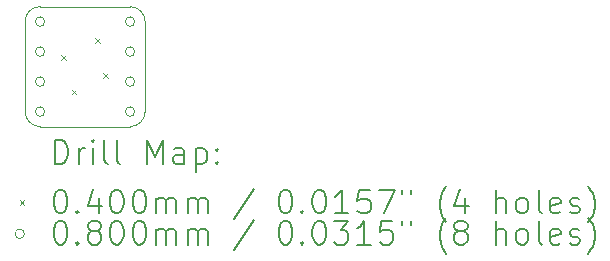
<source format=gbr>
%TF.GenerationSoftware,KiCad,Pcbnew,(6.0.7-1)-1*%
%TF.CreationDate,2022-08-10T01:28:30+02:00*%
%TF.ProjectId,soic8_5.23x5.23_to_dip,736f6963-385f-4352-9e32-3378352e3233,rev?*%
%TF.SameCoordinates,Original*%
%TF.FileFunction,Drillmap*%
%TF.FilePolarity,Positive*%
%FSLAX45Y45*%
G04 Gerber Fmt 4.5, Leading zero omitted, Abs format (unit mm)*
G04 Created by KiCad (PCBNEW (6.0.7-1)-1) date 2022-08-10 01:28:30*
%MOMM*%
%LPD*%
G01*
G04 APERTURE LIST*
%ADD10C,0.100000*%
%ADD11C,0.200000*%
%ADD12C,0.040000*%
%ADD13C,0.080000*%
G04 APERTURE END LIST*
D10*
X11430000Y-9779000D02*
X10668000Y-9779000D01*
X10668000Y-8763000D02*
X11430000Y-8763000D01*
X10668000Y-8763000D02*
G75*
G03*
X10541000Y-8890000I0J-127000D01*
G01*
X10541000Y-9652000D02*
X10541000Y-8890000D01*
X11430000Y-9779000D02*
G75*
G03*
X11557000Y-9652000I0J127000D01*
G01*
X11557000Y-8890000D02*
X11557000Y-9652000D01*
X11557000Y-8890000D02*
G75*
G03*
X11430000Y-8763000I-127000J0D01*
G01*
X10541000Y-9652000D02*
G75*
G03*
X10668000Y-9779000I127000J0D01*
G01*
D11*
D12*
X10848660Y-9177340D02*
X10888660Y-9217340D01*
X10888660Y-9177340D02*
X10848660Y-9217340D01*
X10935020Y-9466900D02*
X10975020Y-9506900D01*
X10975020Y-9466900D02*
X10935020Y-9506900D01*
X11133140Y-9030020D02*
X11173140Y-9070020D01*
X11173140Y-9030020D02*
X11133140Y-9070020D01*
X11204260Y-9329740D02*
X11244260Y-9369740D01*
X11244260Y-9329740D02*
X11204260Y-9369740D01*
D13*
X10708000Y-8890000D02*
G75*
G03*
X10708000Y-8890000I-40000J0D01*
G01*
X10708000Y-9144000D02*
G75*
G03*
X10708000Y-9144000I-40000J0D01*
G01*
X10708000Y-9398000D02*
G75*
G03*
X10708000Y-9398000I-40000J0D01*
G01*
X10708000Y-9652000D02*
G75*
G03*
X10708000Y-9652000I-40000J0D01*
G01*
X11470000Y-8890000D02*
G75*
G03*
X11470000Y-8890000I-40000J0D01*
G01*
X11470000Y-9144000D02*
G75*
G03*
X11470000Y-9144000I-40000J0D01*
G01*
X11470000Y-9398000D02*
G75*
G03*
X11470000Y-9398000I-40000J0D01*
G01*
X11470000Y-9652000D02*
G75*
G03*
X11470000Y-9652000I-40000J0D01*
G01*
D11*
X10793619Y-10094476D02*
X10793619Y-9894476D01*
X10841238Y-9894476D01*
X10869810Y-9904000D01*
X10888857Y-9923048D01*
X10898381Y-9942095D01*
X10907905Y-9980190D01*
X10907905Y-10008762D01*
X10898381Y-10046857D01*
X10888857Y-10065905D01*
X10869810Y-10084952D01*
X10841238Y-10094476D01*
X10793619Y-10094476D01*
X10993619Y-10094476D02*
X10993619Y-9961143D01*
X10993619Y-9999238D02*
X11003143Y-9980190D01*
X11012667Y-9970667D01*
X11031714Y-9961143D01*
X11050762Y-9961143D01*
X11117429Y-10094476D02*
X11117429Y-9961143D01*
X11117429Y-9894476D02*
X11107905Y-9904000D01*
X11117429Y-9913524D01*
X11126952Y-9904000D01*
X11117429Y-9894476D01*
X11117429Y-9913524D01*
X11241238Y-10094476D02*
X11222190Y-10084952D01*
X11212667Y-10065905D01*
X11212667Y-9894476D01*
X11346000Y-10094476D02*
X11326952Y-10084952D01*
X11317428Y-10065905D01*
X11317428Y-9894476D01*
X11574571Y-10094476D02*
X11574571Y-9894476D01*
X11641238Y-10037333D01*
X11707905Y-9894476D01*
X11707905Y-10094476D01*
X11888857Y-10094476D02*
X11888857Y-9989714D01*
X11879333Y-9970667D01*
X11860286Y-9961143D01*
X11822190Y-9961143D01*
X11803143Y-9970667D01*
X11888857Y-10084952D02*
X11869809Y-10094476D01*
X11822190Y-10094476D01*
X11803143Y-10084952D01*
X11793619Y-10065905D01*
X11793619Y-10046857D01*
X11803143Y-10027810D01*
X11822190Y-10018286D01*
X11869809Y-10018286D01*
X11888857Y-10008762D01*
X11984095Y-9961143D02*
X11984095Y-10161143D01*
X11984095Y-9970667D02*
X12003143Y-9961143D01*
X12041238Y-9961143D01*
X12060286Y-9970667D01*
X12069809Y-9980190D01*
X12079333Y-9999238D01*
X12079333Y-10056381D01*
X12069809Y-10075429D01*
X12060286Y-10084952D01*
X12041238Y-10094476D01*
X12003143Y-10094476D01*
X11984095Y-10084952D01*
X12165048Y-10075429D02*
X12174571Y-10084952D01*
X12165048Y-10094476D01*
X12155524Y-10084952D01*
X12165048Y-10075429D01*
X12165048Y-10094476D01*
X12165048Y-9970667D02*
X12174571Y-9980190D01*
X12165048Y-9989714D01*
X12155524Y-9980190D01*
X12165048Y-9970667D01*
X12165048Y-9989714D01*
D12*
X10496000Y-10404000D02*
X10536000Y-10444000D01*
X10536000Y-10404000D02*
X10496000Y-10444000D01*
D11*
X10831714Y-10314476D02*
X10850762Y-10314476D01*
X10869810Y-10324000D01*
X10879333Y-10333524D01*
X10888857Y-10352571D01*
X10898381Y-10390667D01*
X10898381Y-10438286D01*
X10888857Y-10476381D01*
X10879333Y-10495429D01*
X10869810Y-10504952D01*
X10850762Y-10514476D01*
X10831714Y-10514476D01*
X10812667Y-10504952D01*
X10803143Y-10495429D01*
X10793619Y-10476381D01*
X10784095Y-10438286D01*
X10784095Y-10390667D01*
X10793619Y-10352571D01*
X10803143Y-10333524D01*
X10812667Y-10324000D01*
X10831714Y-10314476D01*
X10984095Y-10495429D02*
X10993619Y-10504952D01*
X10984095Y-10514476D01*
X10974571Y-10504952D01*
X10984095Y-10495429D01*
X10984095Y-10514476D01*
X11165048Y-10381143D02*
X11165048Y-10514476D01*
X11117429Y-10304952D02*
X11069810Y-10447810D01*
X11193619Y-10447810D01*
X11307905Y-10314476D02*
X11326952Y-10314476D01*
X11346000Y-10324000D01*
X11355524Y-10333524D01*
X11365048Y-10352571D01*
X11374571Y-10390667D01*
X11374571Y-10438286D01*
X11365048Y-10476381D01*
X11355524Y-10495429D01*
X11346000Y-10504952D01*
X11326952Y-10514476D01*
X11307905Y-10514476D01*
X11288857Y-10504952D01*
X11279333Y-10495429D01*
X11269809Y-10476381D01*
X11260286Y-10438286D01*
X11260286Y-10390667D01*
X11269809Y-10352571D01*
X11279333Y-10333524D01*
X11288857Y-10324000D01*
X11307905Y-10314476D01*
X11498381Y-10314476D02*
X11517428Y-10314476D01*
X11536476Y-10324000D01*
X11546000Y-10333524D01*
X11555524Y-10352571D01*
X11565048Y-10390667D01*
X11565048Y-10438286D01*
X11555524Y-10476381D01*
X11546000Y-10495429D01*
X11536476Y-10504952D01*
X11517428Y-10514476D01*
X11498381Y-10514476D01*
X11479333Y-10504952D01*
X11469809Y-10495429D01*
X11460286Y-10476381D01*
X11450762Y-10438286D01*
X11450762Y-10390667D01*
X11460286Y-10352571D01*
X11469809Y-10333524D01*
X11479333Y-10324000D01*
X11498381Y-10314476D01*
X11650762Y-10514476D02*
X11650762Y-10381143D01*
X11650762Y-10400190D02*
X11660286Y-10390667D01*
X11679333Y-10381143D01*
X11707905Y-10381143D01*
X11726952Y-10390667D01*
X11736476Y-10409714D01*
X11736476Y-10514476D01*
X11736476Y-10409714D02*
X11746000Y-10390667D01*
X11765048Y-10381143D01*
X11793619Y-10381143D01*
X11812667Y-10390667D01*
X11822190Y-10409714D01*
X11822190Y-10514476D01*
X11917428Y-10514476D02*
X11917428Y-10381143D01*
X11917428Y-10400190D02*
X11926952Y-10390667D01*
X11946000Y-10381143D01*
X11974571Y-10381143D01*
X11993619Y-10390667D01*
X12003143Y-10409714D01*
X12003143Y-10514476D01*
X12003143Y-10409714D02*
X12012667Y-10390667D01*
X12031714Y-10381143D01*
X12060286Y-10381143D01*
X12079333Y-10390667D01*
X12088857Y-10409714D01*
X12088857Y-10514476D01*
X12479333Y-10304952D02*
X12307905Y-10562095D01*
X12736476Y-10314476D02*
X12755524Y-10314476D01*
X12774571Y-10324000D01*
X12784095Y-10333524D01*
X12793619Y-10352571D01*
X12803143Y-10390667D01*
X12803143Y-10438286D01*
X12793619Y-10476381D01*
X12784095Y-10495429D01*
X12774571Y-10504952D01*
X12755524Y-10514476D01*
X12736476Y-10514476D01*
X12717428Y-10504952D01*
X12707905Y-10495429D01*
X12698381Y-10476381D01*
X12688857Y-10438286D01*
X12688857Y-10390667D01*
X12698381Y-10352571D01*
X12707905Y-10333524D01*
X12717428Y-10324000D01*
X12736476Y-10314476D01*
X12888857Y-10495429D02*
X12898381Y-10504952D01*
X12888857Y-10514476D01*
X12879333Y-10504952D01*
X12888857Y-10495429D01*
X12888857Y-10514476D01*
X13022190Y-10314476D02*
X13041238Y-10314476D01*
X13060286Y-10324000D01*
X13069809Y-10333524D01*
X13079333Y-10352571D01*
X13088857Y-10390667D01*
X13088857Y-10438286D01*
X13079333Y-10476381D01*
X13069809Y-10495429D01*
X13060286Y-10504952D01*
X13041238Y-10514476D01*
X13022190Y-10514476D01*
X13003143Y-10504952D01*
X12993619Y-10495429D01*
X12984095Y-10476381D01*
X12974571Y-10438286D01*
X12974571Y-10390667D01*
X12984095Y-10352571D01*
X12993619Y-10333524D01*
X13003143Y-10324000D01*
X13022190Y-10314476D01*
X13279333Y-10514476D02*
X13165048Y-10514476D01*
X13222190Y-10514476D02*
X13222190Y-10314476D01*
X13203143Y-10343048D01*
X13184095Y-10362095D01*
X13165048Y-10371619D01*
X13460286Y-10314476D02*
X13365048Y-10314476D01*
X13355524Y-10409714D01*
X13365048Y-10400190D01*
X13384095Y-10390667D01*
X13431714Y-10390667D01*
X13450762Y-10400190D01*
X13460286Y-10409714D01*
X13469809Y-10428762D01*
X13469809Y-10476381D01*
X13460286Y-10495429D01*
X13450762Y-10504952D01*
X13431714Y-10514476D01*
X13384095Y-10514476D01*
X13365048Y-10504952D01*
X13355524Y-10495429D01*
X13536476Y-10314476D02*
X13669809Y-10314476D01*
X13584095Y-10514476D01*
X13736476Y-10314476D02*
X13736476Y-10352571D01*
X13812667Y-10314476D02*
X13812667Y-10352571D01*
X14107905Y-10590667D02*
X14098381Y-10581143D01*
X14079333Y-10552571D01*
X14069809Y-10533524D01*
X14060286Y-10504952D01*
X14050762Y-10457333D01*
X14050762Y-10419238D01*
X14060286Y-10371619D01*
X14069809Y-10343048D01*
X14079333Y-10324000D01*
X14098381Y-10295429D01*
X14107905Y-10285905D01*
X14269809Y-10381143D02*
X14269809Y-10514476D01*
X14222190Y-10304952D02*
X14174571Y-10447810D01*
X14298381Y-10447810D01*
X14526952Y-10514476D02*
X14526952Y-10314476D01*
X14612667Y-10514476D02*
X14612667Y-10409714D01*
X14603143Y-10390667D01*
X14584095Y-10381143D01*
X14555524Y-10381143D01*
X14536476Y-10390667D01*
X14526952Y-10400190D01*
X14736476Y-10514476D02*
X14717428Y-10504952D01*
X14707905Y-10495429D01*
X14698381Y-10476381D01*
X14698381Y-10419238D01*
X14707905Y-10400190D01*
X14717428Y-10390667D01*
X14736476Y-10381143D01*
X14765048Y-10381143D01*
X14784095Y-10390667D01*
X14793619Y-10400190D01*
X14803143Y-10419238D01*
X14803143Y-10476381D01*
X14793619Y-10495429D01*
X14784095Y-10504952D01*
X14765048Y-10514476D01*
X14736476Y-10514476D01*
X14917428Y-10514476D02*
X14898381Y-10504952D01*
X14888857Y-10485905D01*
X14888857Y-10314476D01*
X15069809Y-10504952D02*
X15050762Y-10514476D01*
X15012667Y-10514476D01*
X14993619Y-10504952D01*
X14984095Y-10485905D01*
X14984095Y-10409714D01*
X14993619Y-10390667D01*
X15012667Y-10381143D01*
X15050762Y-10381143D01*
X15069809Y-10390667D01*
X15079333Y-10409714D01*
X15079333Y-10428762D01*
X14984095Y-10447810D01*
X15155524Y-10504952D02*
X15174571Y-10514476D01*
X15212667Y-10514476D01*
X15231714Y-10504952D01*
X15241238Y-10485905D01*
X15241238Y-10476381D01*
X15231714Y-10457333D01*
X15212667Y-10447810D01*
X15184095Y-10447810D01*
X15165048Y-10438286D01*
X15155524Y-10419238D01*
X15155524Y-10409714D01*
X15165048Y-10390667D01*
X15184095Y-10381143D01*
X15212667Y-10381143D01*
X15231714Y-10390667D01*
X15307905Y-10590667D02*
X15317428Y-10581143D01*
X15336476Y-10552571D01*
X15346000Y-10533524D01*
X15355524Y-10504952D01*
X15365048Y-10457333D01*
X15365048Y-10419238D01*
X15355524Y-10371619D01*
X15346000Y-10343048D01*
X15336476Y-10324000D01*
X15317428Y-10295429D01*
X15307905Y-10285905D01*
D13*
X10536000Y-10688000D02*
G75*
G03*
X10536000Y-10688000I-40000J0D01*
G01*
D11*
X10831714Y-10578476D02*
X10850762Y-10578476D01*
X10869810Y-10588000D01*
X10879333Y-10597524D01*
X10888857Y-10616571D01*
X10898381Y-10654667D01*
X10898381Y-10702286D01*
X10888857Y-10740381D01*
X10879333Y-10759429D01*
X10869810Y-10768952D01*
X10850762Y-10778476D01*
X10831714Y-10778476D01*
X10812667Y-10768952D01*
X10803143Y-10759429D01*
X10793619Y-10740381D01*
X10784095Y-10702286D01*
X10784095Y-10654667D01*
X10793619Y-10616571D01*
X10803143Y-10597524D01*
X10812667Y-10588000D01*
X10831714Y-10578476D01*
X10984095Y-10759429D02*
X10993619Y-10768952D01*
X10984095Y-10778476D01*
X10974571Y-10768952D01*
X10984095Y-10759429D01*
X10984095Y-10778476D01*
X11107905Y-10664190D02*
X11088857Y-10654667D01*
X11079333Y-10645143D01*
X11069810Y-10626095D01*
X11069810Y-10616571D01*
X11079333Y-10597524D01*
X11088857Y-10588000D01*
X11107905Y-10578476D01*
X11146000Y-10578476D01*
X11165048Y-10588000D01*
X11174571Y-10597524D01*
X11184095Y-10616571D01*
X11184095Y-10626095D01*
X11174571Y-10645143D01*
X11165048Y-10654667D01*
X11146000Y-10664190D01*
X11107905Y-10664190D01*
X11088857Y-10673714D01*
X11079333Y-10683238D01*
X11069810Y-10702286D01*
X11069810Y-10740381D01*
X11079333Y-10759429D01*
X11088857Y-10768952D01*
X11107905Y-10778476D01*
X11146000Y-10778476D01*
X11165048Y-10768952D01*
X11174571Y-10759429D01*
X11184095Y-10740381D01*
X11184095Y-10702286D01*
X11174571Y-10683238D01*
X11165048Y-10673714D01*
X11146000Y-10664190D01*
X11307905Y-10578476D02*
X11326952Y-10578476D01*
X11346000Y-10588000D01*
X11355524Y-10597524D01*
X11365048Y-10616571D01*
X11374571Y-10654667D01*
X11374571Y-10702286D01*
X11365048Y-10740381D01*
X11355524Y-10759429D01*
X11346000Y-10768952D01*
X11326952Y-10778476D01*
X11307905Y-10778476D01*
X11288857Y-10768952D01*
X11279333Y-10759429D01*
X11269809Y-10740381D01*
X11260286Y-10702286D01*
X11260286Y-10654667D01*
X11269809Y-10616571D01*
X11279333Y-10597524D01*
X11288857Y-10588000D01*
X11307905Y-10578476D01*
X11498381Y-10578476D02*
X11517428Y-10578476D01*
X11536476Y-10588000D01*
X11546000Y-10597524D01*
X11555524Y-10616571D01*
X11565048Y-10654667D01*
X11565048Y-10702286D01*
X11555524Y-10740381D01*
X11546000Y-10759429D01*
X11536476Y-10768952D01*
X11517428Y-10778476D01*
X11498381Y-10778476D01*
X11479333Y-10768952D01*
X11469809Y-10759429D01*
X11460286Y-10740381D01*
X11450762Y-10702286D01*
X11450762Y-10654667D01*
X11460286Y-10616571D01*
X11469809Y-10597524D01*
X11479333Y-10588000D01*
X11498381Y-10578476D01*
X11650762Y-10778476D02*
X11650762Y-10645143D01*
X11650762Y-10664190D02*
X11660286Y-10654667D01*
X11679333Y-10645143D01*
X11707905Y-10645143D01*
X11726952Y-10654667D01*
X11736476Y-10673714D01*
X11736476Y-10778476D01*
X11736476Y-10673714D02*
X11746000Y-10654667D01*
X11765048Y-10645143D01*
X11793619Y-10645143D01*
X11812667Y-10654667D01*
X11822190Y-10673714D01*
X11822190Y-10778476D01*
X11917428Y-10778476D02*
X11917428Y-10645143D01*
X11917428Y-10664190D02*
X11926952Y-10654667D01*
X11946000Y-10645143D01*
X11974571Y-10645143D01*
X11993619Y-10654667D01*
X12003143Y-10673714D01*
X12003143Y-10778476D01*
X12003143Y-10673714D02*
X12012667Y-10654667D01*
X12031714Y-10645143D01*
X12060286Y-10645143D01*
X12079333Y-10654667D01*
X12088857Y-10673714D01*
X12088857Y-10778476D01*
X12479333Y-10568952D02*
X12307905Y-10826095D01*
X12736476Y-10578476D02*
X12755524Y-10578476D01*
X12774571Y-10588000D01*
X12784095Y-10597524D01*
X12793619Y-10616571D01*
X12803143Y-10654667D01*
X12803143Y-10702286D01*
X12793619Y-10740381D01*
X12784095Y-10759429D01*
X12774571Y-10768952D01*
X12755524Y-10778476D01*
X12736476Y-10778476D01*
X12717428Y-10768952D01*
X12707905Y-10759429D01*
X12698381Y-10740381D01*
X12688857Y-10702286D01*
X12688857Y-10654667D01*
X12698381Y-10616571D01*
X12707905Y-10597524D01*
X12717428Y-10588000D01*
X12736476Y-10578476D01*
X12888857Y-10759429D02*
X12898381Y-10768952D01*
X12888857Y-10778476D01*
X12879333Y-10768952D01*
X12888857Y-10759429D01*
X12888857Y-10778476D01*
X13022190Y-10578476D02*
X13041238Y-10578476D01*
X13060286Y-10588000D01*
X13069809Y-10597524D01*
X13079333Y-10616571D01*
X13088857Y-10654667D01*
X13088857Y-10702286D01*
X13079333Y-10740381D01*
X13069809Y-10759429D01*
X13060286Y-10768952D01*
X13041238Y-10778476D01*
X13022190Y-10778476D01*
X13003143Y-10768952D01*
X12993619Y-10759429D01*
X12984095Y-10740381D01*
X12974571Y-10702286D01*
X12974571Y-10654667D01*
X12984095Y-10616571D01*
X12993619Y-10597524D01*
X13003143Y-10588000D01*
X13022190Y-10578476D01*
X13155524Y-10578476D02*
X13279333Y-10578476D01*
X13212667Y-10654667D01*
X13241238Y-10654667D01*
X13260286Y-10664190D01*
X13269809Y-10673714D01*
X13279333Y-10692762D01*
X13279333Y-10740381D01*
X13269809Y-10759429D01*
X13260286Y-10768952D01*
X13241238Y-10778476D01*
X13184095Y-10778476D01*
X13165048Y-10768952D01*
X13155524Y-10759429D01*
X13469809Y-10778476D02*
X13355524Y-10778476D01*
X13412667Y-10778476D02*
X13412667Y-10578476D01*
X13393619Y-10607048D01*
X13374571Y-10626095D01*
X13355524Y-10635619D01*
X13650762Y-10578476D02*
X13555524Y-10578476D01*
X13546000Y-10673714D01*
X13555524Y-10664190D01*
X13574571Y-10654667D01*
X13622190Y-10654667D01*
X13641238Y-10664190D01*
X13650762Y-10673714D01*
X13660286Y-10692762D01*
X13660286Y-10740381D01*
X13650762Y-10759429D01*
X13641238Y-10768952D01*
X13622190Y-10778476D01*
X13574571Y-10778476D01*
X13555524Y-10768952D01*
X13546000Y-10759429D01*
X13736476Y-10578476D02*
X13736476Y-10616571D01*
X13812667Y-10578476D02*
X13812667Y-10616571D01*
X14107905Y-10854667D02*
X14098381Y-10845143D01*
X14079333Y-10816571D01*
X14069809Y-10797524D01*
X14060286Y-10768952D01*
X14050762Y-10721333D01*
X14050762Y-10683238D01*
X14060286Y-10635619D01*
X14069809Y-10607048D01*
X14079333Y-10588000D01*
X14098381Y-10559429D01*
X14107905Y-10549905D01*
X14212667Y-10664190D02*
X14193619Y-10654667D01*
X14184095Y-10645143D01*
X14174571Y-10626095D01*
X14174571Y-10616571D01*
X14184095Y-10597524D01*
X14193619Y-10588000D01*
X14212667Y-10578476D01*
X14250762Y-10578476D01*
X14269809Y-10588000D01*
X14279333Y-10597524D01*
X14288857Y-10616571D01*
X14288857Y-10626095D01*
X14279333Y-10645143D01*
X14269809Y-10654667D01*
X14250762Y-10664190D01*
X14212667Y-10664190D01*
X14193619Y-10673714D01*
X14184095Y-10683238D01*
X14174571Y-10702286D01*
X14174571Y-10740381D01*
X14184095Y-10759429D01*
X14193619Y-10768952D01*
X14212667Y-10778476D01*
X14250762Y-10778476D01*
X14269809Y-10768952D01*
X14279333Y-10759429D01*
X14288857Y-10740381D01*
X14288857Y-10702286D01*
X14279333Y-10683238D01*
X14269809Y-10673714D01*
X14250762Y-10664190D01*
X14526952Y-10778476D02*
X14526952Y-10578476D01*
X14612667Y-10778476D02*
X14612667Y-10673714D01*
X14603143Y-10654667D01*
X14584095Y-10645143D01*
X14555524Y-10645143D01*
X14536476Y-10654667D01*
X14526952Y-10664190D01*
X14736476Y-10778476D02*
X14717428Y-10768952D01*
X14707905Y-10759429D01*
X14698381Y-10740381D01*
X14698381Y-10683238D01*
X14707905Y-10664190D01*
X14717428Y-10654667D01*
X14736476Y-10645143D01*
X14765048Y-10645143D01*
X14784095Y-10654667D01*
X14793619Y-10664190D01*
X14803143Y-10683238D01*
X14803143Y-10740381D01*
X14793619Y-10759429D01*
X14784095Y-10768952D01*
X14765048Y-10778476D01*
X14736476Y-10778476D01*
X14917428Y-10778476D02*
X14898381Y-10768952D01*
X14888857Y-10749905D01*
X14888857Y-10578476D01*
X15069809Y-10768952D02*
X15050762Y-10778476D01*
X15012667Y-10778476D01*
X14993619Y-10768952D01*
X14984095Y-10749905D01*
X14984095Y-10673714D01*
X14993619Y-10654667D01*
X15012667Y-10645143D01*
X15050762Y-10645143D01*
X15069809Y-10654667D01*
X15079333Y-10673714D01*
X15079333Y-10692762D01*
X14984095Y-10711810D01*
X15155524Y-10768952D02*
X15174571Y-10778476D01*
X15212667Y-10778476D01*
X15231714Y-10768952D01*
X15241238Y-10749905D01*
X15241238Y-10740381D01*
X15231714Y-10721333D01*
X15212667Y-10711810D01*
X15184095Y-10711810D01*
X15165048Y-10702286D01*
X15155524Y-10683238D01*
X15155524Y-10673714D01*
X15165048Y-10654667D01*
X15184095Y-10645143D01*
X15212667Y-10645143D01*
X15231714Y-10654667D01*
X15307905Y-10854667D02*
X15317428Y-10845143D01*
X15336476Y-10816571D01*
X15346000Y-10797524D01*
X15355524Y-10768952D01*
X15365048Y-10721333D01*
X15365048Y-10683238D01*
X15355524Y-10635619D01*
X15346000Y-10607048D01*
X15336476Y-10588000D01*
X15317428Y-10559429D01*
X15307905Y-10549905D01*
M02*

</source>
